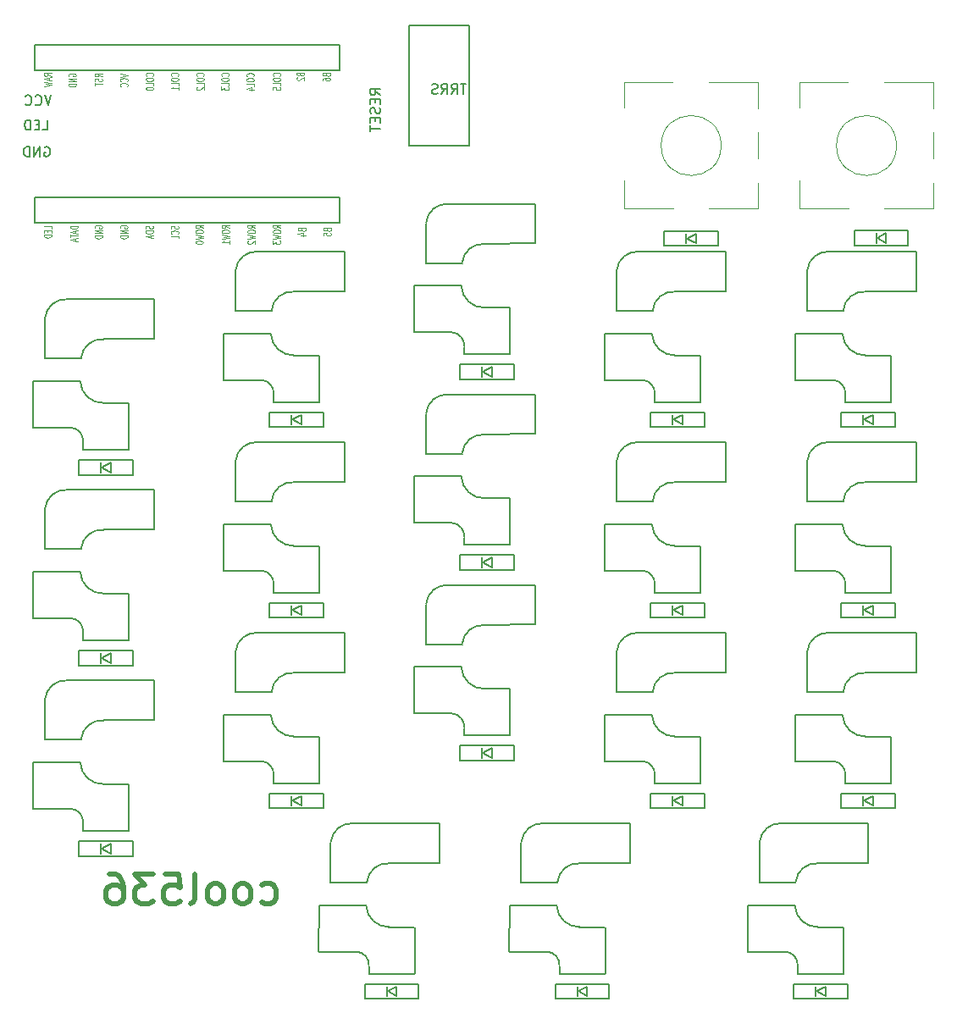
<source format=gbr>
G04 #@! TF.GenerationSoftware,KiCad,Pcbnew,(5.1.6-0-10_14)*
G04 #@! TF.CreationDate,2022-07-16T23:36:19+09:00*
G04 #@! TF.ProjectId,cool536,636f6f6c-3533-4362-9e6b-696361645f70,rev?*
G04 #@! TF.SameCoordinates,Original*
G04 #@! TF.FileFunction,Legend,Bot*
G04 #@! TF.FilePolarity,Positive*
%FSLAX46Y46*%
G04 Gerber Fmt 4.6, Leading zero omitted, Abs format (unit mm)*
G04 Created by KiCad (PCBNEW (5.1.6-0-10_14)) date 2022-07-16 23:36:19*
%MOMM*%
%LPD*%
G01*
G04 APERTURE LIST*
%ADD10C,0.500000*%
%ADD11C,0.120000*%
%ADD12C,0.150000*%
%ADD13C,0.125000*%
G04 APERTURE END LIST*
D10*
X15601428Y-63014285D02*
X15887142Y-63157142D01*
X16458571Y-63157142D01*
X16744285Y-63014285D01*
X16887142Y-62871428D01*
X17030000Y-62585714D01*
X17030000Y-61728571D01*
X16887142Y-61442857D01*
X16744285Y-61300000D01*
X16458571Y-61157142D01*
X15887142Y-61157142D01*
X15601428Y-61300000D01*
X13887142Y-63157142D02*
X14172857Y-63014285D01*
X14315714Y-62871428D01*
X14458571Y-62585714D01*
X14458571Y-61728571D01*
X14315714Y-61442857D01*
X14172857Y-61300000D01*
X13887142Y-61157142D01*
X13458571Y-61157142D01*
X13172857Y-61300000D01*
X13030000Y-61442857D01*
X12887142Y-61728571D01*
X12887142Y-62585714D01*
X13030000Y-62871428D01*
X13172857Y-63014285D01*
X13458571Y-63157142D01*
X13887142Y-63157142D01*
X11172857Y-63157142D02*
X11458571Y-63014285D01*
X11601428Y-62871428D01*
X11744285Y-62585714D01*
X11744285Y-61728571D01*
X11601428Y-61442857D01*
X11458571Y-61300000D01*
X11172857Y-61157142D01*
X10744285Y-61157142D01*
X10458571Y-61300000D01*
X10315714Y-61442857D01*
X10172857Y-61728571D01*
X10172857Y-62585714D01*
X10315714Y-62871428D01*
X10458571Y-63014285D01*
X10744285Y-63157142D01*
X11172857Y-63157142D01*
X8458571Y-63157142D02*
X8744285Y-63014285D01*
X8887142Y-62728571D01*
X8887142Y-60157142D01*
X5887142Y-60157142D02*
X7315714Y-60157142D01*
X7458571Y-61585714D01*
X7315714Y-61442857D01*
X7030000Y-61300000D01*
X6315714Y-61300000D01*
X6030000Y-61442857D01*
X5887142Y-61585714D01*
X5744285Y-61871428D01*
X5744285Y-62585714D01*
X5887142Y-62871428D01*
X6030000Y-63014285D01*
X6315714Y-63157142D01*
X7030000Y-63157142D01*
X7315714Y-63014285D01*
X7458571Y-62871428D01*
X4744285Y-60157142D02*
X2887142Y-60157142D01*
X3887142Y-61300000D01*
X3458571Y-61300000D01*
X3172857Y-61442857D01*
X3030000Y-61585714D01*
X2887142Y-61871428D01*
X2887142Y-62585714D01*
X3030000Y-62871428D01*
X3172857Y-63014285D01*
X3458571Y-63157142D01*
X4315714Y-63157142D01*
X4601428Y-63014285D01*
X4744285Y-62871428D01*
X315714Y-60157142D02*
X887142Y-60157142D01*
X1172857Y-60300000D01*
X1315714Y-60442857D01*
X1601428Y-60871428D01*
X1744285Y-61442857D01*
X1744285Y-62585714D01*
X1601428Y-62871428D01*
X1458571Y-63014285D01*
X1172857Y-63157142D01*
X601428Y-63157142D01*
X315714Y-63014285D01*
X172857Y-62871428D01*
X30000Y-62585714D01*
X30000Y-61871428D01*
X172857Y-61585714D01*
X315714Y-61442857D01*
X601428Y-61300000D01*
X1172857Y-61300000D01*
X1458571Y-61442857D01*
X1601428Y-61585714D01*
X1744285Y-61871428D01*
D11*
X79040000Y12640000D02*
G75*
G03*
X79040000Y12640000I-3000000J0D01*
G01*
X69340000Y18940000D02*
X69340000Y16440000D01*
X74140000Y18940000D02*
X69340000Y18940000D01*
X77840000Y18940000D02*
X82740000Y18940000D01*
X82740000Y18940000D02*
X82740000Y16340000D01*
X82740000Y13940000D02*
X82740000Y11340000D01*
X82740000Y8940000D02*
X82740000Y6340000D01*
X82740000Y6340000D02*
X77840000Y6340000D01*
X74240000Y6340000D02*
X69340000Y6340000D01*
X69340000Y6340000D02*
X69340000Y9140000D01*
X51810000Y6340000D02*
X51810000Y9140000D01*
X56710000Y6340000D02*
X51810000Y6340000D01*
X61510000Y12640000D02*
G75*
G03*
X61510000Y12640000I-3000000J0D01*
G01*
X51810000Y18940000D02*
X51810000Y16440000D01*
X56610000Y18940000D02*
X51810000Y18940000D01*
X60310000Y18940000D02*
X65210000Y18940000D01*
X65210000Y18940000D02*
X65210000Y16340000D01*
X65210000Y8940000D02*
X65210000Y6340000D01*
X65210000Y6340000D02*
X60310000Y6340000D01*
X65210000Y13940000D02*
X65210000Y11340000D01*
D12*
X56750000Y-33812500D02*
X57650000Y-34312500D01*
X57650000Y-34312500D02*
X57650000Y-33312500D01*
X57650000Y-33312500D02*
X56750000Y-33812500D01*
X56650000Y-34312500D02*
X56650000Y-33312500D01*
X59850000Y-34562500D02*
X54450000Y-34562500D01*
X54450000Y-34562500D02*
X54450000Y-33062500D01*
X54450000Y-33062500D02*
X59850000Y-33062500D01*
X59850000Y-33062500D02*
X59850000Y-34562500D01*
X75800000Y-33812500D02*
X76700000Y-34312500D01*
X76700000Y-34312500D02*
X76700000Y-33312500D01*
X76700000Y-33312500D02*
X75800000Y-33812500D01*
X75700000Y-34312500D02*
X75700000Y-33312500D01*
X78900000Y-34562500D02*
X73500000Y-34562500D01*
X73500000Y-34562500D02*
X73500000Y-33062500D01*
X73500000Y-33062500D02*
X78900000Y-33062500D01*
X78900000Y-33062500D02*
X78900000Y-34562500D01*
X47225000Y-71912500D02*
X48125000Y-72412500D01*
X48125000Y-72412500D02*
X48125000Y-71412500D01*
X48125000Y-71412500D02*
X47225000Y-71912500D01*
X47125000Y-72412500D02*
X47125000Y-71412500D01*
X50325000Y-72662500D02*
X44925000Y-72662500D01*
X44925000Y-72662500D02*
X44925000Y-71162500D01*
X44925000Y-71162500D02*
X50325000Y-71162500D01*
X50325000Y-71162500D02*
X50325000Y-72662500D01*
X71038000Y-71912500D02*
X71938000Y-72412500D01*
X71938000Y-72412500D02*
X71938000Y-71412500D01*
X71938000Y-71412500D02*
X71038000Y-71912500D01*
X70938000Y-72412500D02*
X70938000Y-71412500D01*
X74138000Y-72662500D02*
X68738000Y-72662500D01*
X68738000Y-72662500D02*
X68738000Y-71162500D01*
X68738000Y-71162500D02*
X74138000Y-71162500D01*
X74138000Y-71162500D02*
X74138000Y-72662500D01*
X58070000Y3350000D02*
X58970000Y3850000D01*
X58970000Y3850000D02*
X58970000Y2850000D01*
X58970000Y2850000D02*
X58070000Y3350000D01*
X57970000Y3850000D02*
X57970000Y2850000D01*
X61170000Y4100000D02*
X55770000Y4100000D01*
X55770000Y4100000D02*
X55770000Y2600000D01*
X55770000Y2600000D02*
X61170000Y2600000D01*
X61170000Y2600000D02*
X61170000Y4100000D01*
X77110000Y3370000D02*
X78010000Y3870000D01*
X78010000Y3870000D02*
X78010000Y2870000D01*
X78010000Y2870000D02*
X77110000Y3370000D01*
X77010000Y3870000D02*
X77010000Y2870000D01*
X80210000Y4120000D02*
X74810000Y4120000D01*
X74810000Y4120000D02*
X74810000Y2620000D01*
X74810000Y2620000D02*
X80210000Y2620000D01*
X80210000Y2620000D02*
X80210000Y4120000D01*
X-400000Y-57625000D02*
X500000Y-58125000D01*
X500000Y-58125000D02*
X500000Y-57125000D01*
X500000Y-57125000D02*
X-400000Y-57625000D01*
X-500000Y-58125000D02*
X-500000Y-57125000D01*
X2700000Y-58375000D02*
X-2700000Y-58375000D01*
X-2700000Y-58375000D02*
X-2700000Y-56875000D01*
X-2700000Y-56875000D02*
X2700000Y-56875000D01*
X2700000Y-56875000D02*
X2700000Y-58375000D01*
X37700000Y-10000000D02*
X38600000Y-10500000D01*
X38600000Y-10500000D02*
X38600000Y-9500000D01*
X38600000Y-9500000D02*
X37700000Y-10000000D01*
X37600000Y-10500000D02*
X37600000Y-9500000D01*
X40800000Y-10750000D02*
X35400000Y-10750000D01*
X35400000Y-10750000D02*
X35400000Y-9250000D01*
X35400000Y-9250000D02*
X40800000Y-9250000D01*
X40800000Y-9250000D02*
X40800000Y-10750000D01*
X56750000Y-14762499D02*
X57650000Y-15262499D01*
X57650000Y-15262499D02*
X57650000Y-14262499D01*
X57650000Y-14262499D02*
X56750000Y-14762499D01*
X56650000Y-15262499D02*
X56650000Y-14262499D01*
X59850000Y-15512499D02*
X54450000Y-15512499D01*
X54450000Y-15512499D02*
X54450000Y-14012499D01*
X54450000Y-14012499D02*
X59850000Y-14012499D01*
X59850000Y-14012499D02*
X59850000Y-15512499D01*
X-400000Y-38575000D02*
X500000Y-39075000D01*
X500000Y-39075000D02*
X500000Y-38075000D01*
X500000Y-38075000D02*
X-400000Y-38575000D01*
X-500000Y-39075000D02*
X-500000Y-38075000D01*
X2700000Y-39325000D02*
X-2700000Y-39325000D01*
X-2700000Y-39325000D02*
X-2700000Y-37825000D01*
X-2700000Y-37825000D02*
X2700000Y-37825000D01*
X2700000Y-37825000D02*
X2700000Y-39325000D01*
X75800000Y-14762499D02*
X76700000Y-15262499D01*
X76700000Y-15262499D02*
X76700000Y-14262499D01*
X76700000Y-14262499D02*
X75800000Y-14762499D01*
X75700000Y-15262499D02*
X75700000Y-14262499D01*
X78900000Y-15512499D02*
X73500000Y-15512499D01*
X73500000Y-15512499D02*
X73500000Y-14012499D01*
X73500000Y-14012499D02*
X78900000Y-14012499D01*
X78900000Y-14012499D02*
X78900000Y-15512499D01*
X37700000Y-29050000D02*
X38600000Y-29550000D01*
X38600000Y-29550000D02*
X38600000Y-28550000D01*
X38600000Y-28550000D02*
X37700000Y-29050000D01*
X37600000Y-29550000D02*
X37600000Y-28550000D01*
X40800000Y-29800000D02*
X35400000Y-29800000D01*
X35400000Y-29800000D02*
X35400000Y-28300000D01*
X35400000Y-28300000D02*
X40800000Y-28300000D01*
X40800000Y-28300000D02*
X40800000Y-29800000D01*
X18650000Y-33812500D02*
X19550000Y-34312500D01*
X19550000Y-34312500D02*
X19550000Y-33312500D01*
X19550000Y-33312500D02*
X18650000Y-33812500D01*
X18550000Y-34312500D02*
X18550000Y-33312500D01*
X21750000Y-34562500D02*
X16350000Y-34562500D01*
X16350000Y-34562500D02*
X16350000Y-33062500D01*
X16350000Y-33062500D02*
X21750000Y-33062500D01*
X21750000Y-33062500D02*
X21750000Y-34562500D01*
X18650000Y-52862500D02*
X19550000Y-53362500D01*
X19550000Y-53362500D02*
X19550000Y-52362500D01*
X19550000Y-52362500D02*
X18650000Y-52862500D01*
X18550000Y-53362500D02*
X18550000Y-52362500D01*
X21750000Y-53612500D02*
X16350000Y-53612500D01*
X16350000Y-53612500D02*
X16350000Y-52112500D01*
X16350000Y-52112500D02*
X21750000Y-52112500D01*
X21750000Y-52112500D02*
X21750000Y-53612500D01*
X37700000Y-48100000D02*
X38600000Y-48600000D01*
X38600000Y-48600000D02*
X38600000Y-47600000D01*
X38600000Y-47600000D02*
X37700000Y-48100000D01*
X37600000Y-48600000D02*
X37600000Y-47600000D01*
X40800000Y-48850000D02*
X35400000Y-48850000D01*
X35400000Y-48850000D02*
X35400000Y-47350000D01*
X35400000Y-47350000D02*
X40800000Y-47350000D01*
X40800000Y-47350000D02*
X40800000Y-48850000D01*
X56750000Y-52862500D02*
X57650000Y-53362500D01*
X57650000Y-53362500D02*
X57650000Y-52362500D01*
X57650000Y-52362500D02*
X56750000Y-52862500D01*
X56650000Y-53362500D02*
X56650000Y-52362500D01*
X59850000Y-53612500D02*
X54450000Y-53612500D01*
X54450000Y-53612500D02*
X54450000Y-52112500D01*
X54450000Y-52112500D02*
X59850000Y-52112500D01*
X59850000Y-52112500D02*
X59850000Y-53612500D01*
X75800000Y-52862500D02*
X76700000Y-53362500D01*
X76700000Y-53362500D02*
X76700000Y-52362500D01*
X76700000Y-52362500D02*
X75800000Y-52862500D01*
X75700000Y-53362500D02*
X75700000Y-52362500D01*
X78900000Y-53612500D02*
X73500000Y-53612500D01*
X73500000Y-53612500D02*
X73500000Y-52112500D01*
X73500000Y-52112500D02*
X78900000Y-52112500D01*
X78900000Y-52112500D02*
X78900000Y-53612500D01*
X28175000Y-71912500D02*
X29075000Y-72412500D01*
X29075000Y-72412500D02*
X29075000Y-71412500D01*
X29075000Y-71412500D02*
X28175000Y-71912500D01*
X28075000Y-72412500D02*
X28075000Y-71412500D01*
X31275000Y-72662500D02*
X25875000Y-72662500D01*
X25875000Y-72662500D02*
X25875000Y-71162500D01*
X25875000Y-71162500D02*
X31275000Y-71162500D01*
X31275000Y-71162500D02*
X31275000Y-72662500D01*
X-7128000Y20140000D02*
X-7128000Y22680000D01*
X-7128000Y22680000D02*
X23352000Y22680000D01*
X23352000Y22680000D02*
X23352000Y20140000D01*
X23352000Y20140000D02*
X-7128000Y20140000D01*
X-7128000Y4900000D02*
X-7128000Y7440000D01*
X-7128000Y7440000D02*
X23352000Y7440000D01*
X23352000Y7440000D02*
X23352000Y4900000D01*
X23352000Y4900000D02*
X-7128000Y4900000D01*
X-400000Y-19525000D02*
X500000Y-20025000D01*
X500000Y-20025000D02*
X500000Y-19025000D01*
X500000Y-19025000D02*
X-400000Y-19525000D01*
X-500000Y-20025000D02*
X-500000Y-19025000D01*
X2700000Y-20275000D02*
X-2700000Y-20275000D01*
X-2700000Y-20275000D02*
X-2700000Y-18775000D01*
X-2700000Y-18775000D02*
X2700000Y-18775000D01*
X2700000Y-18775000D02*
X2700000Y-20275000D01*
X69158000Y-69412500D02*
X69158000Y-70112500D01*
X64163000Y-63312500D02*
X64138000Y-67912500D01*
X73738000Y-65512500D02*
X73738000Y-70112500D01*
X67938000Y-67937500D02*
X64163000Y-67937500D01*
X68863000Y-63287500D02*
X64163000Y-63287500D01*
X73713000Y-65487500D02*
X71163000Y-65487500D01*
X73713000Y-70137500D02*
X69163000Y-70137500D01*
X76238000Y-59062500D02*
X71188000Y-59108500D01*
X76238000Y-59016500D02*
X76238000Y-55108500D01*
X76238000Y-55108500D02*
X67613000Y-55108500D01*
X65338000Y-57062500D02*
X65338000Y-61007500D01*
X65338000Y-61016500D02*
X68948000Y-61016500D01*
X65349000Y-56992500D02*
G75*
G02*
X67613000Y-55108500I2074000J-190000D01*
G01*
X68953000Y-60992500D02*
G75*
G02*
X71213000Y-59112500I2070000J-190000D01*
G01*
X68868000Y-63312500D02*
G75*
G03*
X71238000Y-65482500I2270000J100000D01*
G01*
X69158000Y-69362500D02*
G75*
G03*
X67938000Y-67942500I-1320000J100000D01*
G01*
X16770000Y-12212499D02*
G75*
G03*
X15550000Y-10792499I-1320000J100000D01*
G01*
X16480000Y-6162499D02*
G75*
G03*
X18850000Y-8332499I2270000J100000D01*
G01*
X16565000Y-3842499D02*
G75*
G02*
X18825000Y-1962499I2070000J-190000D01*
G01*
X12961000Y157501D02*
G75*
G02*
X15225000Y2041501I2074000J-190000D01*
G01*
X12950000Y-3866499D02*
X16560000Y-3866499D01*
X12950000Y87501D02*
X12950000Y-3857499D01*
X23850000Y2041501D02*
X15225000Y2041501D01*
X23850000Y-1866499D02*
X23850000Y2041501D01*
X23850000Y-1912499D02*
X18800000Y-1958499D01*
X21325000Y-12987499D02*
X16775000Y-12987499D01*
X21325000Y-8337499D02*
X18775000Y-8337499D01*
X16475000Y-6137499D02*
X11775000Y-6137499D01*
X15550000Y-10787499D02*
X11775000Y-10787499D01*
X21350000Y-8362499D02*
X21350000Y-12962499D01*
X11775000Y-6162499D02*
X11750000Y-10762499D01*
X16770000Y-12262499D02*
X16770000Y-12962499D01*
X35820000Y-7450000D02*
G75*
G03*
X34600000Y-6030000I-1320000J100000D01*
G01*
X35530000Y-1400000D02*
G75*
G03*
X37900000Y-3570000I2270000J100000D01*
G01*
X35615000Y920000D02*
G75*
G02*
X37875000Y2800000I2070000J-190000D01*
G01*
X32011000Y4920000D02*
G75*
G02*
X34275000Y6804000I2074000J-190000D01*
G01*
X32000000Y896000D02*
X35610000Y896000D01*
X32000000Y4850000D02*
X32000000Y905000D01*
X42900000Y6804000D02*
X34275000Y6804000D01*
X42900000Y2896000D02*
X42900000Y6804000D01*
X42900000Y2850000D02*
X37850000Y2804000D01*
X40375000Y-8225000D02*
X35825000Y-8225000D01*
X40375000Y-3575000D02*
X37825000Y-3575000D01*
X35525000Y-1375000D02*
X30825000Y-1375000D01*
X34600000Y-6025000D02*
X30825000Y-6025000D01*
X40400000Y-3600000D02*
X40400000Y-8200000D01*
X30825000Y-1400000D02*
X30800000Y-6000000D01*
X35820000Y-7500000D02*
X35820000Y-8200000D01*
X54870000Y-12212499D02*
G75*
G03*
X53650000Y-10792499I-1320000J100000D01*
G01*
X54580000Y-6162499D02*
G75*
G03*
X56950000Y-8332499I2270000J100000D01*
G01*
X54665000Y-3842499D02*
G75*
G02*
X56925000Y-1962499I2070000J-190000D01*
G01*
X51061000Y157501D02*
G75*
G02*
X53325000Y2041501I2074000J-190000D01*
G01*
X51050000Y-3866499D02*
X54660000Y-3866499D01*
X51050000Y87501D02*
X51050000Y-3857499D01*
X61950000Y2041501D02*
X53325000Y2041501D01*
X61950000Y-1866499D02*
X61950000Y2041501D01*
X61950000Y-1912499D02*
X56900000Y-1958499D01*
X59425000Y-12987499D02*
X54875000Y-12987499D01*
X59425000Y-8337499D02*
X56875000Y-8337499D01*
X54575000Y-6137499D02*
X49875000Y-6137499D01*
X53650000Y-10787499D02*
X49875000Y-10787499D01*
X59450000Y-8362499D02*
X59450000Y-12962499D01*
X49875000Y-6162499D02*
X49850000Y-10762499D01*
X54870000Y-12262499D02*
X54870000Y-12962499D01*
X-2280000Y-16975000D02*
G75*
G03*
X-3500000Y-15555000I-1320000J100000D01*
G01*
X-2570000Y-10925000D02*
G75*
G03*
X-200000Y-13095000I2270000J100000D01*
G01*
X-2485000Y-8605000D02*
G75*
G02*
X-225000Y-6725000I2070000J-190000D01*
G01*
X-6089000Y-4605000D02*
G75*
G02*
X-3825000Y-2721000I2074000J-190000D01*
G01*
X-6100000Y-8629000D02*
X-2490000Y-8629000D01*
X-6100000Y-4675000D02*
X-6100000Y-8620000D01*
X4800000Y-2721000D02*
X-3825000Y-2721000D01*
X4800000Y-6629000D02*
X4800000Y-2721000D01*
X4800000Y-6675000D02*
X-250000Y-6721000D01*
X2275000Y-17750000D02*
X-2275000Y-17750000D01*
X2275000Y-13100000D02*
X-275000Y-13100000D01*
X-2575000Y-10900000D02*
X-7275000Y-10900000D01*
X-3500000Y-15550000D02*
X-7275000Y-15550000D01*
X2300000Y-13125000D02*
X2300000Y-17725000D01*
X-7275000Y-10925000D02*
X-7300000Y-15525000D01*
X-2280000Y-17025000D02*
X-2280000Y-17725000D01*
X30330000Y12660000D02*
X30330000Y24660000D01*
X36330000Y12660000D02*
X30330000Y12660000D01*
X36330000Y24660000D02*
X36330000Y12660000D01*
X30330000Y24660000D02*
X36330000Y24660000D01*
X45345000Y-69362500D02*
G75*
G03*
X44125000Y-67942500I-1320000J100000D01*
G01*
X45055000Y-63312500D02*
G75*
G03*
X47425000Y-65482500I2270000J100000D01*
G01*
X45140000Y-60992500D02*
G75*
G02*
X47400000Y-59112500I2070000J-190000D01*
G01*
X41536000Y-56992500D02*
G75*
G02*
X43800000Y-55108500I2074000J-190000D01*
G01*
X41525000Y-61016500D02*
X45135000Y-61016500D01*
X41525000Y-57062500D02*
X41525000Y-61007500D01*
X52425000Y-55108500D02*
X43800000Y-55108500D01*
X52425000Y-59016500D02*
X52425000Y-55108500D01*
X52425000Y-59062500D02*
X47375000Y-59108500D01*
X49900000Y-70137500D02*
X45350000Y-70137500D01*
X49900000Y-65487500D02*
X47350000Y-65487500D01*
X45050000Y-63287500D02*
X40350000Y-63287500D01*
X44125000Y-67937500D02*
X40350000Y-67937500D01*
X49925000Y-65512500D02*
X49925000Y-70112500D01*
X40350000Y-63312500D02*
X40325000Y-67912500D01*
X45345000Y-69412500D02*
X45345000Y-70112500D01*
X26295000Y-69362500D02*
G75*
G03*
X25075000Y-67942500I-1320000J100000D01*
G01*
X26005000Y-63312500D02*
G75*
G03*
X28375000Y-65482500I2270000J100000D01*
G01*
X26090000Y-60992500D02*
G75*
G02*
X28350000Y-59112500I2070000J-190000D01*
G01*
X22486000Y-56992500D02*
G75*
G02*
X24750000Y-55108500I2074000J-190000D01*
G01*
X22475000Y-61016500D02*
X26085000Y-61016500D01*
X22475000Y-57062500D02*
X22475000Y-61007500D01*
X33375000Y-55108500D02*
X24750000Y-55108500D01*
X33375000Y-59016500D02*
X33375000Y-55108500D01*
X33375000Y-59062500D02*
X28325000Y-59108500D01*
X30850000Y-70137500D02*
X26300000Y-70137500D01*
X30850000Y-65487500D02*
X28300000Y-65487500D01*
X26000000Y-63287500D02*
X21300000Y-63287500D01*
X25075000Y-67937500D02*
X21300000Y-67937500D01*
X30875000Y-65512500D02*
X30875000Y-70112500D01*
X21300000Y-63312500D02*
X21275000Y-67912500D01*
X26295000Y-69412500D02*
X26295000Y-70112500D01*
X73920000Y-50362500D02*
X73920000Y-51062500D01*
X68925000Y-44262500D02*
X68900000Y-48862500D01*
X78500000Y-46462500D02*
X78500000Y-51062500D01*
X72700000Y-48887500D02*
X68925000Y-48887500D01*
X73625000Y-44237500D02*
X68925000Y-44237500D01*
X78475000Y-46437500D02*
X75925000Y-46437500D01*
X78475000Y-51087500D02*
X73925000Y-51087500D01*
X81000000Y-40012500D02*
X75950000Y-40058500D01*
X81000000Y-39966500D02*
X81000000Y-36058500D01*
X81000000Y-36058500D02*
X72375000Y-36058500D01*
X70100000Y-38012500D02*
X70100000Y-41957500D01*
X70100000Y-41966500D02*
X73710000Y-41966500D01*
X70111000Y-37942500D02*
G75*
G02*
X72375000Y-36058500I2074000J-190000D01*
G01*
X73715000Y-41942500D02*
G75*
G02*
X75975000Y-40062500I2070000J-190000D01*
G01*
X73630000Y-44262500D02*
G75*
G03*
X76000000Y-46432500I2270000J100000D01*
G01*
X73920000Y-50312500D02*
G75*
G03*
X72700000Y-48892500I-1320000J100000D01*
G01*
X73920000Y-12262499D02*
X73920000Y-12962499D01*
X68925000Y-6162499D02*
X68900000Y-10762499D01*
X78500000Y-8362499D02*
X78500000Y-12962499D01*
X72700000Y-10787499D02*
X68925000Y-10787499D01*
X73625000Y-6137499D02*
X68925000Y-6137499D01*
X78475000Y-8337499D02*
X75925000Y-8337499D01*
X78475000Y-12987499D02*
X73925000Y-12987499D01*
X81000000Y-1912499D02*
X75950000Y-1958499D01*
X81000000Y-1866499D02*
X81000000Y2041501D01*
X81000000Y2041501D02*
X72375000Y2041501D01*
X70100000Y87501D02*
X70100000Y-3857499D01*
X70100000Y-3866499D02*
X73710000Y-3866499D01*
X70111000Y157501D02*
G75*
G02*
X72375000Y2041501I2074000J-190000D01*
G01*
X73715000Y-3842499D02*
G75*
G02*
X75975000Y-1962499I2070000J-190000D01*
G01*
X73630000Y-6162499D02*
G75*
G03*
X76000000Y-8332499I2270000J100000D01*
G01*
X73920000Y-12212499D02*
G75*
G03*
X72700000Y-10792499I-1320000J100000D01*
G01*
X16770000Y-50312500D02*
G75*
G03*
X15550000Y-48892500I-1320000J100000D01*
G01*
X16480000Y-44262500D02*
G75*
G03*
X18850000Y-46432500I2270000J100000D01*
G01*
X16565000Y-41942500D02*
G75*
G02*
X18825000Y-40062500I2070000J-190000D01*
G01*
X12961000Y-37942500D02*
G75*
G02*
X15225000Y-36058500I2074000J-190000D01*
G01*
X12950000Y-41966500D02*
X16560000Y-41966500D01*
X12950000Y-38012500D02*
X12950000Y-41957500D01*
X23850000Y-36058500D02*
X15225000Y-36058500D01*
X23850000Y-39966500D02*
X23850000Y-36058500D01*
X23850000Y-40012500D02*
X18800000Y-40058500D01*
X21325000Y-51087500D02*
X16775000Y-51087500D01*
X21325000Y-46437500D02*
X18775000Y-46437500D01*
X16475000Y-44237500D02*
X11775000Y-44237500D01*
X15550000Y-48887500D02*
X11775000Y-48887500D01*
X21350000Y-46462500D02*
X21350000Y-51062500D01*
X11775000Y-44262500D02*
X11750000Y-48862500D01*
X16770000Y-50362500D02*
X16770000Y-51062500D01*
X35820000Y-45600000D02*
X35820000Y-46300000D01*
X30825000Y-39500000D02*
X30800000Y-44100000D01*
X40400000Y-41700000D02*
X40400000Y-46300000D01*
X34600000Y-44125000D02*
X30825000Y-44125000D01*
X35525000Y-39475000D02*
X30825000Y-39475000D01*
X40375000Y-41675000D02*
X37825000Y-41675000D01*
X40375000Y-46325000D02*
X35825000Y-46325000D01*
X42900000Y-35250000D02*
X37850000Y-35296000D01*
X42900000Y-35204000D02*
X42900000Y-31296000D01*
X42900000Y-31296000D02*
X34275000Y-31296000D01*
X32000000Y-33250000D02*
X32000000Y-37195000D01*
X32000000Y-37204000D02*
X35610000Y-37204000D01*
X32011000Y-33180000D02*
G75*
G02*
X34275000Y-31296000I2074000J-190000D01*
G01*
X35615000Y-37180000D02*
G75*
G02*
X37875000Y-35300000I2070000J-190000D01*
G01*
X35530000Y-39500000D02*
G75*
G03*
X37900000Y-41670000I2270000J100000D01*
G01*
X35820000Y-45550000D02*
G75*
G03*
X34600000Y-44130000I-1320000J100000D01*
G01*
X54870000Y-50362500D02*
X54870000Y-51062500D01*
X49875000Y-44262500D02*
X49850000Y-48862500D01*
X59450000Y-46462500D02*
X59450000Y-51062500D01*
X53650000Y-48887500D02*
X49875000Y-48887500D01*
X54575000Y-44237500D02*
X49875000Y-44237500D01*
X59425000Y-46437500D02*
X56875000Y-46437500D01*
X59425000Y-51087500D02*
X54875000Y-51087500D01*
X61950000Y-40012500D02*
X56900000Y-40058500D01*
X61950000Y-39966500D02*
X61950000Y-36058500D01*
X61950000Y-36058500D02*
X53325000Y-36058500D01*
X51050000Y-38012500D02*
X51050000Y-41957500D01*
X51050000Y-41966500D02*
X54660000Y-41966500D01*
X51061000Y-37942500D02*
G75*
G02*
X53325000Y-36058500I2074000J-190000D01*
G01*
X54665000Y-41942500D02*
G75*
G02*
X56925000Y-40062500I2070000J-190000D01*
G01*
X54580000Y-44262500D02*
G75*
G03*
X56950000Y-46432500I2270000J100000D01*
G01*
X54870000Y-50312500D02*
G75*
G03*
X53650000Y-48892500I-1320000J100000D01*
G01*
X73920000Y-31312500D02*
X73920000Y-32012500D01*
X68925000Y-25212500D02*
X68900000Y-29812500D01*
X78500000Y-27412500D02*
X78500000Y-32012500D01*
X72700000Y-29837500D02*
X68925000Y-29837500D01*
X73625000Y-25187500D02*
X68925000Y-25187500D01*
X78475000Y-27387500D02*
X75925000Y-27387500D01*
X78475000Y-32037500D02*
X73925000Y-32037500D01*
X81000000Y-20962500D02*
X75950000Y-21008500D01*
X81000000Y-20916500D02*
X81000000Y-17008500D01*
X81000000Y-17008500D02*
X72375000Y-17008500D01*
X70100000Y-18962500D02*
X70100000Y-22907500D01*
X70100000Y-22916500D02*
X73710000Y-22916500D01*
X70111000Y-18892500D02*
G75*
G02*
X72375000Y-17008500I2074000J-190000D01*
G01*
X73715000Y-22892500D02*
G75*
G02*
X75975000Y-21012500I2070000J-190000D01*
G01*
X73630000Y-25212500D02*
G75*
G03*
X76000000Y-27382500I2270000J100000D01*
G01*
X73920000Y-31262500D02*
G75*
G03*
X72700000Y-29842500I-1320000J100000D01*
G01*
X-2280000Y-55125000D02*
X-2280000Y-55825000D01*
X-7275000Y-49025000D02*
X-7300000Y-53625000D01*
X2300000Y-51225000D02*
X2300000Y-55825000D01*
X-3500000Y-53650000D02*
X-7275000Y-53650000D01*
X-2575000Y-49000000D02*
X-7275000Y-49000000D01*
X2275000Y-51200000D02*
X-275000Y-51200000D01*
X2275000Y-55850000D02*
X-2275000Y-55850000D01*
X4800000Y-44775000D02*
X-250000Y-44821000D01*
X4800000Y-44729000D02*
X4800000Y-40821000D01*
X4800000Y-40821000D02*
X-3825000Y-40821000D01*
X-6100000Y-42775000D02*
X-6100000Y-46720000D01*
X-6100000Y-46729000D02*
X-2490000Y-46729000D01*
X-6089000Y-42705000D02*
G75*
G02*
X-3825000Y-40821000I2074000J-190000D01*
G01*
X-2485000Y-46705000D02*
G75*
G02*
X-225000Y-44825000I2070000J-190000D01*
G01*
X-2570000Y-49025000D02*
G75*
G03*
X-200000Y-51195000I2270000J100000D01*
G01*
X-2280000Y-55075000D02*
G75*
G03*
X-3500000Y-53655000I-1320000J100000D01*
G01*
X54870000Y-31312500D02*
X54870000Y-32012500D01*
X49875000Y-25212500D02*
X49850000Y-29812500D01*
X59450000Y-27412500D02*
X59450000Y-32012500D01*
X53650000Y-29837500D02*
X49875000Y-29837500D01*
X54575000Y-25187500D02*
X49875000Y-25187500D01*
X59425000Y-27387500D02*
X56875000Y-27387500D01*
X59425000Y-32037500D02*
X54875000Y-32037500D01*
X61950000Y-20962500D02*
X56900000Y-21008500D01*
X61950000Y-20916500D02*
X61950000Y-17008500D01*
X61950000Y-17008500D02*
X53325000Y-17008500D01*
X51050000Y-18962500D02*
X51050000Y-22907500D01*
X51050000Y-22916500D02*
X54660000Y-22916500D01*
X51061000Y-18892500D02*
G75*
G02*
X53325000Y-17008500I2074000J-190000D01*
G01*
X54665000Y-22892500D02*
G75*
G02*
X56925000Y-21012500I2070000J-190000D01*
G01*
X54580000Y-25212500D02*
G75*
G03*
X56950000Y-27382500I2270000J100000D01*
G01*
X54870000Y-31262500D02*
G75*
G03*
X53650000Y-29842500I-1320000J100000D01*
G01*
X35820000Y-26550000D02*
X35820000Y-27250000D01*
X30825000Y-20450000D02*
X30800000Y-25050000D01*
X40400000Y-22650000D02*
X40400000Y-27250000D01*
X34600000Y-25075000D02*
X30825000Y-25075000D01*
X35525000Y-20425000D02*
X30825000Y-20425000D01*
X40375000Y-22625000D02*
X37825000Y-22625000D01*
X40375000Y-27275000D02*
X35825000Y-27275000D01*
X42900000Y-16200000D02*
X37850000Y-16246000D01*
X42900000Y-16154000D02*
X42900000Y-12246000D01*
X42900000Y-12246000D02*
X34275000Y-12246000D01*
X32000000Y-14200000D02*
X32000000Y-18145000D01*
X32000000Y-18154000D02*
X35610000Y-18154000D01*
X32011000Y-14130000D02*
G75*
G02*
X34275000Y-12246000I2074000J-190000D01*
G01*
X35615000Y-18130000D02*
G75*
G02*
X37875000Y-16250000I2070000J-190000D01*
G01*
X35530000Y-20450000D02*
G75*
G03*
X37900000Y-22620000I2270000J100000D01*
G01*
X35820000Y-26500000D02*
G75*
G03*
X34600000Y-25080000I-1320000J100000D01*
G01*
X-2280000Y-36025000D02*
G75*
G03*
X-3500000Y-34605000I-1320000J100000D01*
G01*
X-2570000Y-29975000D02*
G75*
G03*
X-200000Y-32145000I2270000J100000D01*
G01*
X-2485000Y-27655000D02*
G75*
G02*
X-225000Y-25775000I2070000J-190000D01*
G01*
X-6089000Y-23655000D02*
G75*
G02*
X-3825000Y-21771000I2074000J-190000D01*
G01*
X-6100000Y-27679000D02*
X-2490000Y-27679000D01*
X-6100000Y-23725000D02*
X-6100000Y-27670000D01*
X4800000Y-21771000D02*
X-3825000Y-21771000D01*
X4800000Y-25679000D02*
X4800000Y-21771000D01*
X4800000Y-25725000D02*
X-250000Y-25771000D01*
X2275000Y-36800000D02*
X-2275000Y-36800000D01*
X2275000Y-32150000D02*
X-275000Y-32150000D01*
X-2575000Y-29950000D02*
X-7275000Y-29950000D01*
X-3500000Y-34600000D02*
X-7275000Y-34600000D01*
X2300000Y-32175000D02*
X2300000Y-36775000D01*
X-7275000Y-29975000D02*
X-7300000Y-34575000D01*
X-2280000Y-36075000D02*
X-2280000Y-36775000D01*
X16770000Y-31312500D02*
X16770000Y-32012500D01*
X11775000Y-25212500D02*
X11750000Y-29812500D01*
X21350000Y-27412500D02*
X21350000Y-32012500D01*
X15550000Y-29837500D02*
X11775000Y-29837500D01*
X16475000Y-25187500D02*
X11775000Y-25187500D01*
X21325000Y-27387500D02*
X18775000Y-27387500D01*
X21325000Y-32037500D02*
X16775000Y-32037500D01*
X23850000Y-20962500D02*
X18800000Y-21008500D01*
X23850000Y-20916500D02*
X23850000Y-17008500D01*
X23850000Y-17008500D02*
X15225000Y-17008500D01*
X12950000Y-18962500D02*
X12950000Y-22907500D01*
X12950000Y-22916500D02*
X16560000Y-22916500D01*
X12961000Y-18892500D02*
G75*
G02*
X15225000Y-17008500I2074000J-190000D01*
G01*
X16565000Y-22892500D02*
G75*
G02*
X18825000Y-21012500I2070000J-190000D01*
G01*
X16480000Y-25212500D02*
G75*
G03*
X18850000Y-27382500I2270000J100000D01*
G01*
X16770000Y-31262500D02*
G75*
G03*
X15550000Y-29842500I-1320000J100000D01*
G01*
X18650000Y-14762499D02*
X19550000Y-15262499D01*
X19550000Y-15262499D02*
X19550000Y-14262499D01*
X19550000Y-14262499D02*
X18650000Y-14762499D01*
X18550000Y-15262499D02*
X18550000Y-14262499D01*
X21750000Y-15512499D02*
X16350000Y-15512499D01*
X16350000Y-15512499D02*
X16350000Y-14012499D01*
X16350000Y-14012499D02*
X21750000Y-14012499D01*
X21750000Y-14012499D02*
X21750000Y-15512499D01*
X27432380Y17692380D02*
X26956190Y18025714D01*
X27432380Y18263809D02*
X26432380Y18263809D01*
X26432380Y17882857D01*
X26480000Y17787619D01*
X26527619Y17740000D01*
X26622857Y17692380D01*
X26765714Y17692380D01*
X26860952Y17740000D01*
X26908571Y17787619D01*
X26956190Y17882857D01*
X26956190Y18263809D01*
X26908571Y17263809D02*
X26908571Y16930476D01*
X27432380Y16787619D02*
X27432380Y17263809D01*
X26432380Y17263809D01*
X26432380Y16787619D01*
X27384761Y16406666D02*
X27432380Y16263809D01*
X27432380Y16025714D01*
X27384761Y15930476D01*
X27337142Y15882857D01*
X27241904Y15835238D01*
X27146666Y15835238D01*
X27051428Y15882857D01*
X27003809Y15930476D01*
X26956190Y16025714D01*
X26908571Y16216190D01*
X26860952Y16311428D01*
X26813333Y16359047D01*
X26718095Y16406666D01*
X26622857Y16406666D01*
X26527619Y16359047D01*
X26480000Y16311428D01*
X26432380Y16216190D01*
X26432380Y15978095D01*
X26480000Y15835238D01*
X26908571Y15406666D02*
X26908571Y15073333D01*
X27432380Y14930476D02*
X27432380Y15406666D01*
X26432380Y15406666D01*
X26432380Y14930476D01*
X26432380Y14644761D02*
X26432380Y14073333D01*
X27432380Y14359047D02*
X26432380Y14359047D01*
X-6138095Y12490000D02*
X-6042857Y12537619D01*
X-5900000Y12537619D01*
X-5757142Y12490000D01*
X-5661904Y12394761D01*
X-5614285Y12299523D01*
X-5566666Y12109047D01*
X-5566666Y11966190D01*
X-5614285Y11775714D01*
X-5661904Y11680476D01*
X-5757142Y11585238D01*
X-5900000Y11537619D01*
X-5995238Y11537619D01*
X-6138095Y11585238D01*
X-6185714Y11632857D01*
X-6185714Y11966190D01*
X-5995238Y11966190D01*
X-6614285Y11537619D02*
X-6614285Y12537619D01*
X-7185714Y11537619D01*
X-7185714Y12537619D01*
X-7661904Y11537619D02*
X-7661904Y12537619D01*
X-7900000Y12537619D01*
X-8042857Y12490000D01*
X-8138095Y12394761D01*
X-8185714Y12299523D01*
X-8233333Y12109047D01*
X-8233333Y11966190D01*
X-8185714Y11775714D01*
X-8138095Y11680476D01*
X-8042857Y11585238D01*
X-7900000Y11537619D01*
X-7661904Y11537619D01*
X-6317142Y14197619D02*
X-5840952Y14197619D01*
X-5840952Y15197619D01*
X-6650476Y14721428D02*
X-6983809Y14721428D01*
X-7126666Y14197619D02*
X-6650476Y14197619D01*
X-6650476Y15197619D01*
X-7126666Y15197619D01*
X-7555238Y14197619D02*
X-7555238Y15197619D01*
X-7793333Y15197619D01*
X-7936190Y15150000D01*
X-8031428Y15054761D01*
X-8079047Y14959523D01*
X-8126666Y14769047D01*
X-8126666Y14626190D01*
X-8079047Y14435714D01*
X-8031428Y14340476D01*
X-7936190Y14245238D01*
X-7793333Y14197619D01*
X-7555238Y14197619D01*
X-5466666Y17667619D02*
X-5800000Y16667619D01*
X-6133333Y17667619D01*
X-7038095Y16762857D02*
X-6990476Y16715238D01*
X-6847619Y16667619D01*
X-6752380Y16667619D01*
X-6609523Y16715238D01*
X-6514285Y16810476D01*
X-6466666Y16905714D01*
X-6419047Y17096190D01*
X-6419047Y17239047D01*
X-6466666Y17429523D01*
X-6514285Y17524761D01*
X-6609523Y17620000D01*
X-6752380Y17667619D01*
X-6847619Y17667619D01*
X-6990476Y17620000D01*
X-7038095Y17572380D01*
X-8038095Y16762857D02*
X-7990476Y16715238D01*
X-7847619Y16667619D01*
X-7752380Y16667619D01*
X-7609523Y16715238D01*
X-7514285Y16810476D01*
X-7466666Y16905714D01*
X-7419047Y17096190D01*
X-7419047Y17239047D01*
X-7466666Y17429523D01*
X-7514285Y17524761D01*
X-7609523Y17620000D01*
X-7752380Y17667619D01*
X-7847619Y17667619D01*
X-7990476Y17620000D01*
X-8038095Y17572380D01*
D13*
X12324785Y4390952D02*
X11967642Y4557619D01*
X12324785Y4676666D02*
X11574785Y4676666D01*
X11574785Y4486190D01*
X11610500Y4438571D01*
X11646214Y4414761D01*
X11717642Y4390952D01*
X11824785Y4390952D01*
X11896214Y4414761D01*
X11931928Y4438571D01*
X11967642Y4486190D01*
X11967642Y4676666D01*
X11574785Y4081428D02*
X11574785Y3986190D01*
X11610500Y3938571D01*
X11681928Y3890952D01*
X11824785Y3867142D01*
X12074785Y3867142D01*
X12217642Y3890952D01*
X12289071Y3938571D01*
X12324785Y3986190D01*
X12324785Y4081428D01*
X12289071Y4129047D01*
X12217642Y4176666D01*
X12074785Y4200476D01*
X11824785Y4200476D01*
X11681928Y4176666D01*
X11610500Y4129047D01*
X11574785Y4081428D01*
X11574785Y3700476D02*
X12324785Y3581428D01*
X11789071Y3486190D01*
X12324785Y3390952D01*
X11574785Y3271904D01*
X12324785Y2819523D02*
X12324785Y3105238D01*
X12324785Y2962380D02*
X11574785Y2962380D01*
X11681928Y3010000D01*
X11753357Y3057619D01*
X11789071Y3105238D01*
X14729857Y19557619D02*
X14765571Y19581428D01*
X14801285Y19652857D01*
X14801285Y19700476D01*
X14765571Y19771904D01*
X14694142Y19819523D01*
X14622714Y19843333D01*
X14479857Y19867142D01*
X14372714Y19867142D01*
X14229857Y19843333D01*
X14158428Y19819523D01*
X14087000Y19771904D01*
X14051285Y19700476D01*
X14051285Y19652857D01*
X14087000Y19581428D01*
X14122714Y19557619D01*
X14051285Y19248095D02*
X14051285Y19152857D01*
X14087000Y19105238D01*
X14158428Y19057619D01*
X14301285Y19033809D01*
X14551285Y19033809D01*
X14694142Y19057619D01*
X14765571Y19105238D01*
X14801285Y19152857D01*
X14801285Y19248095D01*
X14765571Y19295714D01*
X14694142Y19343333D01*
X14551285Y19367142D01*
X14301285Y19367142D01*
X14158428Y19343333D01*
X14087000Y19295714D01*
X14051285Y19248095D01*
X14801285Y18581428D02*
X14801285Y18819523D01*
X14051285Y18819523D01*
X14301285Y18200476D02*
X14801285Y18200476D01*
X14015571Y18319523D02*
X14551285Y18438571D01*
X14551285Y18129047D01*
X14928285Y4390952D02*
X14571142Y4557619D01*
X14928285Y4676666D02*
X14178285Y4676666D01*
X14178285Y4486190D01*
X14214000Y4438571D01*
X14249714Y4414761D01*
X14321142Y4390952D01*
X14428285Y4390952D01*
X14499714Y4414761D01*
X14535428Y4438571D01*
X14571142Y4486190D01*
X14571142Y4676666D01*
X14178285Y4081428D02*
X14178285Y3986190D01*
X14214000Y3938571D01*
X14285428Y3890952D01*
X14428285Y3867142D01*
X14678285Y3867142D01*
X14821142Y3890952D01*
X14892571Y3938571D01*
X14928285Y3986190D01*
X14928285Y4081428D01*
X14892571Y4129047D01*
X14821142Y4176666D01*
X14678285Y4200476D01*
X14428285Y4200476D01*
X14285428Y4176666D01*
X14214000Y4129047D01*
X14178285Y4081428D01*
X14178285Y3700476D02*
X14928285Y3581428D01*
X14392571Y3486190D01*
X14928285Y3390952D01*
X14178285Y3271904D01*
X14249714Y3105238D02*
X14214000Y3081428D01*
X14178285Y3033809D01*
X14178285Y2914761D01*
X14214000Y2867142D01*
X14249714Y2843333D01*
X14321142Y2819523D01*
X14392571Y2819523D01*
X14499714Y2843333D01*
X14928285Y3129047D01*
X14928285Y2819523D01*
X17367857Y19607619D02*
X17403571Y19631428D01*
X17439285Y19702857D01*
X17439285Y19750476D01*
X17403571Y19821904D01*
X17332142Y19869523D01*
X17260714Y19893333D01*
X17117857Y19917142D01*
X17010714Y19917142D01*
X16867857Y19893333D01*
X16796428Y19869523D01*
X16725000Y19821904D01*
X16689285Y19750476D01*
X16689285Y19702857D01*
X16725000Y19631428D01*
X16760714Y19607619D01*
X16689285Y19298095D02*
X16689285Y19202857D01*
X16725000Y19155238D01*
X16796428Y19107619D01*
X16939285Y19083809D01*
X17189285Y19083809D01*
X17332142Y19107619D01*
X17403571Y19155238D01*
X17439285Y19202857D01*
X17439285Y19298095D01*
X17403571Y19345714D01*
X17332142Y19393333D01*
X17189285Y19417142D01*
X16939285Y19417142D01*
X16796428Y19393333D01*
X16725000Y19345714D01*
X16689285Y19298095D01*
X17439285Y18631428D02*
X17439285Y18869523D01*
X16689285Y18869523D01*
X16689285Y18226666D02*
X16689285Y18464761D01*
X17046428Y18488571D01*
X17010714Y18464761D01*
X16975000Y18417142D01*
X16975000Y18298095D01*
X17010714Y18250476D01*
X17046428Y18226666D01*
X17117857Y18202857D01*
X17296428Y18202857D01*
X17367857Y18226666D01*
X17403571Y18250476D01*
X17439285Y18298095D01*
X17439285Y18417142D01*
X17403571Y18464761D01*
X17367857Y18488571D01*
X17439285Y4390952D02*
X17082142Y4557619D01*
X17439285Y4676666D02*
X16689285Y4676666D01*
X16689285Y4486190D01*
X16725000Y4438571D01*
X16760714Y4414761D01*
X16832142Y4390952D01*
X16939285Y4390952D01*
X17010714Y4414761D01*
X17046428Y4438571D01*
X17082142Y4486190D01*
X17082142Y4676666D01*
X16689285Y4081428D02*
X16689285Y3986190D01*
X16725000Y3938571D01*
X16796428Y3890952D01*
X16939285Y3867142D01*
X17189285Y3867142D01*
X17332142Y3890952D01*
X17403571Y3938571D01*
X17439285Y3986190D01*
X17439285Y4081428D01*
X17403571Y4129047D01*
X17332142Y4176666D01*
X17189285Y4200476D01*
X16939285Y4200476D01*
X16796428Y4176666D01*
X16725000Y4129047D01*
X16689285Y4081428D01*
X16689285Y3700476D02*
X17439285Y3581428D01*
X16903571Y3486190D01*
X17439285Y3390952D01*
X16689285Y3271904D01*
X16689285Y3129047D02*
X16689285Y2819523D01*
X16975000Y2986190D01*
X16975000Y2914761D01*
X17010714Y2867142D01*
X17046428Y2843333D01*
X17117857Y2819523D01*
X17296428Y2819523D01*
X17367857Y2843333D01*
X17403571Y2867142D01*
X17439285Y2914761D01*
X17439285Y3057619D01*
X17403571Y3105238D01*
X17367857Y3129047D01*
X19424928Y19770880D02*
X19460642Y19699452D01*
X19496357Y19675642D01*
X19567785Y19651833D01*
X19674928Y19651833D01*
X19746357Y19675642D01*
X19782071Y19699452D01*
X19817785Y19747071D01*
X19817785Y19937547D01*
X19067785Y19937547D01*
X19067785Y19770880D01*
X19103500Y19723261D01*
X19139214Y19699452D01*
X19210642Y19675642D01*
X19282071Y19675642D01*
X19353500Y19699452D01*
X19389214Y19723261D01*
X19424928Y19770880D01*
X19424928Y19937547D01*
X19139214Y19461357D02*
X19103500Y19437547D01*
X19067785Y19389928D01*
X19067785Y19270880D01*
X19103500Y19223261D01*
X19139214Y19199452D01*
X19210642Y19175642D01*
X19282071Y19175642D01*
X19389214Y19199452D01*
X19817785Y19485166D01*
X19817785Y19175642D01*
X19551928Y4213380D02*
X19587642Y4141952D01*
X19623357Y4118142D01*
X19694785Y4094333D01*
X19801928Y4094333D01*
X19873357Y4118142D01*
X19909071Y4141952D01*
X19944785Y4189571D01*
X19944785Y4380047D01*
X19194785Y4380047D01*
X19194785Y4213380D01*
X19230500Y4165761D01*
X19266214Y4141952D01*
X19337642Y4118142D01*
X19409071Y4118142D01*
X19480500Y4141952D01*
X19516214Y4165761D01*
X19551928Y4213380D01*
X19551928Y4380047D01*
X19444785Y3665761D02*
X19944785Y3665761D01*
X19159071Y3784809D02*
X19694785Y3903857D01*
X19694785Y3594333D01*
X22091928Y4213380D02*
X22127642Y4141952D01*
X22163357Y4118142D01*
X22234785Y4094333D01*
X22341928Y4094333D01*
X22413357Y4118142D01*
X22449071Y4141952D01*
X22484785Y4189571D01*
X22484785Y4380047D01*
X21734785Y4380047D01*
X21734785Y4213380D01*
X21770500Y4165761D01*
X21806214Y4141952D01*
X21877642Y4118142D01*
X21949071Y4118142D01*
X22020500Y4141952D01*
X22056214Y4165761D01*
X22091928Y4213380D01*
X22091928Y4380047D01*
X21734785Y3641952D02*
X21734785Y3880047D01*
X22091928Y3903857D01*
X22056214Y3880047D01*
X22020500Y3832428D01*
X22020500Y3713380D01*
X22056214Y3665761D01*
X22091928Y3641952D01*
X22163357Y3618142D01*
X22341928Y3618142D01*
X22413357Y3641952D01*
X22449071Y3665761D01*
X22484785Y3713380D01*
X22484785Y3832428D01*
X22449071Y3880047D01*
X22413357Y3903857D01*
X22028428Y19707380D02*
X22064142Y19635952D01*
X22099857Y19612142D01*
X22171285Y19588333D01*
X22278428Y19588333D01*
X22349857Y19612142D01*
X22385571Y19635952D01*
X22421285Y19683571D01*
X22421285Y19874047D01*
X21671285Y19874047D01*
X21671285Y19707380D01*
X21707000Y19659761D01*
X21742714Y19635952D01*
X21814142Y19612142D01*
X21885571Y19612142D01*
X21957000Y19635952D01*
X21992714Y19659761D01*
X22028428Y19707380D01*
X22028428Y19874047D01*
X21671285Y19159761D02*
X21671285Y19255000D01*
X21707000Y19302619D01*
X21742714Y19326428D01*
X21849857Y19374047D01*
X21992714Y19397857D01*
X22278428Y19397857D01*
X22349857Y19374047D01*
X22385571Y19350238D01*
X22421285Y19302619D01*
X22421285Y19207380D01*
X22385571Y19159761D01*
X22349857Y19135952D01*
X22278428Y19112142D01*
X22099857Y19112142D01*
X22028428Y19135952D01*
X21992714Y19159761D01*
X21957000Y19207380D01*
X21957000Y19302619D01*
X21992714Y19350238D01*
X22028428Y19374047D01*
X22099857Y19397857D01*
X4667857Y19607619D02*
X4703571Y19631428D01*
X4739285Y19702857D01*
X4739285Y19750476D01*
X4703571Y19821904D01*
X4632142Y19869523D01*
X4560714Y19893333D01*
X4417857Y19917142D01*
X4310714Y19917142D01*
X4167857Y19893333D01*
X4096428Y19869523D01*
X4025000Y19821904D01*
X3989285Y19750476D01*
X3989285Y19702857D01*
X4025000Y19631428D01*
X4060714Y19607619D01*
X3989285Y19298095D02*
X3989285Y19202857D01*
X4025000Y19155238D01*
X4096428Y19107619D01*
X4239285Y19083809D01*
X4489285Y19083809D01*
X4632142Y19107619D01*
X4703571Y19155238D01*
X4739285Y19202857D01*
X4739285Y19298095D01*
X4703571Y19345714D01*
X4632142Y19393333D01*
X4489285Y19417142D01*
X4239285Y19417142D01*
X4096428Y19393333D01*
X4025000Y19345714D01*
X3989285Y19298095D01*
X4739285Y18631428D02*
X4739285Y18869523D01*
X3989285Y18869523D01*
X3989285Y18369523D02*
X3989285Y18321904D01*
X4025000Y18274285D01*
X4060714Y18250476D01*
X4132142Y18226666D01*
X4275000Y18202857D01*
X4453571Y18202857D01*
X4596428Y18226666D01*
X4667857Y18250476D01*
X4703571Y18274285D01*
X4739285Y18321904D01*
X4739285Y18369523D01*
X4703571Y18417142D01*
X4667857Y18440952D01*
X4596428Y18464761D01*
X4453571Y18488571D01*
X4275000Y18488571D01*
X4132142Y18464761D01*
X4060714Y18440952D01*
X4025000Y18417142D01*
X3989285Y18369523D01*
X4669071Y4618142D02*
X4704785Y4546714D01*
X4704785Y4427666D01*
X4669071Y4380047D01*
X4633357Y4356238D01*
X4561928Y4332428D01*
X4490500Y4332428D01*
X4419071Y4356238D01*
X4383357Y4380047D01*
X4347642Y4427666D01*
X4311928Y4522904D01*
X4276214Y4570523D01*
X4240500Y4594333D01*
X4169071Y4618142D01*
X4097642Y4618142D01*
X4026214Y4594333D01*
X3990500Y4570523D01*
X3954785Y4522904D01*
X3954785Y4403857D01*
X3990500Y4332428D01*
X4704785Y4118142D02*
X3954785Y4118142D01*
X3954785Y3999095D01*
X3990500Y3927666D01*
X4061928Y3880047D01*
X4133357Y3856238D01*
X4276214Y3832428D01*
X4383357Y3832428D01*
X4526214Y3856238D01*
X4597642Y3880047D01*
X4669071Y3927666D01*
X4704785Y3999095D01*
X4704785Y4118142D01*
X4490500Y3641952D02*
X4490500Y3403857D01*
X4704785Y3689571D02*
X3954785Y3522904D01*
X4704785Y3356238D01*
X7173357Y19607619D02*
X7209071Y19631428D01*
X7244785Y19702857D01*
X7244785Y19750476D01*
X7209071Y19821904D01*
X7137642Y19869523D01*
X7066214Y19893333D01*
X6923357Y19917142D01*
X6816214Y19917142D01*
X6673357Y19893333D01*
X6601928Y19869523D01*
X6530500Y19821904D01*
X6494785Y19750476D01*
X6494785Y19702857D01*
X6530500Y19631428D01*
X6566214Y19607619D01*
X6494785Y19298095D02*
X6494785Y19202857D01*
X6530500Y19155238D01*
X6601928Y19107619D01*
X6744785Y19083809D01*
X6994785Y19083809D01*
X7137642Y19107619D01*
X7209071Y19155238D01*
X7244785Y19202857D01*
X7244785Y19298095D01*
X7209071Y19345714D01*
X7137642Y19393333D01*
X6994785Y19417142D01*
X6744785Y19417142D01*
X6601928Y19393333D01*
X6530500Y19345714D01*
X6494785Y19298095D01*
X7244785Y18631428D02*
X7244785Y18869523D01*
X6494785Y18869523D01*
X7244785Y18202857D02*
X7244785Y18488571D01*
X7244785Y18345714D02*
X6494785Y18345714D01*
X6601928Y18393333D01*
X6673357Y18440952D01*
X6709071Y18488571D01*
X7209071Y4606238D02*
X7244785Y4534809D01*
X7244785Y4415761D01*
X7209071Y4368142D01*
X7173357Y4344333D01*
X7101928Y4320523D01*
X7030500Y4320523D01*
X6959071Y4344333D01*
X6923357Y4368142D01*
X6887642Y4415761D01*
X6851928Y4511000D01*
X6816214Y4558619D01*
X6780500Y4582428D01*
X6709071Y4606238D01*
X6637642Y4606238D01*
X6566214Y4582428D01*
X6530500Y4558619D01*
X6494785Y4511000D01*
X6494785Y4391952D01*
X6530500Y4320523D01*
X7173357Y3820523D02*
X7209071Y3844333D01*
X7244785Y3915761D01*
X7244785Y3963380D01*
X7209071Y4034809D01*
X7137642Y4082428D01*
X7066214Y4106238D01*
X6923357Y4130047D01*
X6816214Y4130047D01*
X6673357Y4106238D01*
X6601928Y4082428D01*
X6530500Y4034809D01*
X6494785Y3963380D01*
X6494785Y3915761D01*
X6530500Y3844333D01*
X6566214Y3820523D01*
X7244785Y3368142D02*
X7244785Y3606238D01*
X6494785Y3606238D01*
X9717857Y19607619D02*
X9753571Y19631428D01*
X9789285Y19702857D01*
X9789285Y19750476D01*
X9753571Y19821904D01*
X9682142Y19869523D01*
X9610714Y19893333D01*
X9467857Y19917142D01*
X9360714Y19917142D01*
X9217857Y19893333D01*
X9146428Y19869523D01*
X9075000Y19821904D01*
X9039285Y19750476D01*
X9039285Y19702857D01*
X9075000Y19631428D01*
X9110714Y19607619D01*
X9039285Y19298095D02*
X9039285Y19202857D01*
X9075000Y19155238D01*
X9146428Y19107619D01*
X9289285Y19083809D01*
X9539285Y19083809D01*
X9682142Y19107619D01*
X9753571Y19155238D01*
X9789285Y19202857D01*
X9789285Y19298095D01*
X9753571Y19345714D01*
X9682142Y19393333D01*
X9539285Y19417142D01*
X9289285Y19417142D01*
X9146428Y19393333D01*
X9075000Y19345714D01*
X9039285Y19298095D01*
X9789285Y18631428D02*
X9789285Y18869523D01*
X9039285Y18869523D01*
X9110714Y18488571D02*
X9075000Y18464761D01*
X9039285Y18417142D01*
X9039285Y18298095D01*
X9075000Y18250476D01*
X9110714Y18226666D01*
X9182142Y18202857D01*
X9253571Y18202857D01*
X9360714Y18226666D01*
X9789285Y18512380D01*
X9789285Y18202857D01*
X9721285Y4390952D02*
X9364142Y4557619D01*
X9721285Y4676666D02*
X8971285Y4676666D01*
X8971285Y4486190D01*
X9007000Y4438571D01*
X9042714Y4414761D01*
X9114142Y4390952D01*
X9221285Y4390952D01*
X9292714Y4414761D01*
X9328428Y4438571D01*
X9364142Y4486190D01*
X9364142Y4676666D01*
X8971285Y4081428D02*
X8971285Y3986190D01*
X9007000Y3938571D01*
X9078428Y3890952D01*
X9221285Y3867142D01*
X9471285Y3867142D01*
X9614142Y3890952D01*
X9685571Y3938571D01*
X9721285Y3986190D01*
X9721285Y4081428D01*
X9685571Y4129047D01*
X9614142Y4176666D01*
X9471285Y4200476D01*
X9221285Y4200476D01*
X9078428Y4176666D01*
X9007000Y4129047D01*
X8971285Y4081428D01*
X8971285Y3700476D02*
X9721285Y3581428D01*
X9185571Y3486190D01*
X9721285Y3390952D01*
X8971285Y3271904D01*
X8971285Y2986190D02*
X8971285Y2938571D01*
X9007000Y2890952D01*
X9042714Y2867142D01*
X9114142Y2843333D01*
X9257000Y2819523D01*
X9435571Y2819523D01*
X9578428Y2843333D01*
X9649857Y2867142D01*
X9685571Y2890952D01*
X9721285Y2938571D01*
X9721285Y2986190D01*
X9685571Y3033809D01*
X9649857Y3057619D01*
X9578428Y3081428D01*
X9435571Y3105238D01*
X9257000Y3105238D01*
X9114142Y3081428D01*
X9042714Y3057619D01*
X9007000Y3033809D01*
X8971285Y2986190D01*
X12217857Y19607619D02*
X12253571Y19631428D01*
X12289285Y19702857D01*
X12289285Y19750476D01*
X12253571Y19821904D01*
X12182142Y19869523D01*
X12110714Y19893333D01*
X11967857Y19917142D01*
X11860714Y19917142D01*
X11717857Y19893333D01*
X11646428Y19869523D01*
X11575000Y19821904D01*
X11539285Y19750476D01*
X11539285Y19702857D01*
X11575000Y19631428D01*
X11610714Y19607619D01*
X11539285Y19298095D02*
X11539285Y19202857D01*
X11575000Y19155238D01*
X11646428Y19107619D01*
X11789285Y19083809D01*
X12039285Y19083809D01*
X12182142Y19107619D01*
X12253571Y19155238D01*
X12289285Y19202857D01*
X12289285Y19298095D01*
X12253571Y19345714D01*
X12182142Y19393333D01*
X12039285Y19417142D01*
X11789285Y19417142D01*
X11646428Y19393333D01*
X11575000Y19345714D01*
X11539285Y19298095D01*
X12289285Y18631428D02*
X12289285Y18869523D01*
X11539285Y18869523D01*
X11539285Y18512380D02*
X11539285Y18202857D01*
X11825000Y18369523D01*
X11825000Y18298095D01*
X11860714Y18250476D01*
X11896428Y18226666D01*
X11967857Y18202857D01*
X12146428Y18202857D01*
X12217857Y18226666D01*
X12253571Y18250476D01*
X12289285Y18298095D01*
X12289285Y18440952D01*
X12253571Y18488571D01*
X12217857Y18512380D01*
X1450500Y4391952D02*
X1414785Y4439571D01*
X1414785Y4511000D01*
X1450500Y4582428D01*
X1521928Y4630047D01*
X1593357Y4653857D01*
X1736214Y4677666D01*
X1843357Y4677666D01*
X1986214Y4653857D01*
X2057642Y4630047D01*
X2129071Y4582428D01*
X2164785Y4511000D01*
X2164785Y4463380D01*
X2129071Y4391952D01*
X2093357Y4368142D01*
X1843357Y4368142D01*
X1843357Y4463380D01*
X2164785Y4153857D02*
X1414785Y4153857D01*
X2164785Y3868142D01*
X1414785Y3868142D01*
X2164785Y3630047D02*
X1414785Y3630047D01*
X1414785Y3511000D01*
X1450500Y3439571D01*
X1521928Y3391952D01*
X1593357Y3368142D01*
X1736214Y3344333D01*
X1843357Y3344333D01*
X1986214Y3368142D01*
X2057642Y3391952D01*
X2129071Y3439571D01*
X2164785Y3511000D01*
X2164785Y3630047D01*
X1414785Y19854166D02*
X2164785Y19687500D01*
X1414785Y19520833D01*
X2093357Y19068452D02*
X2129071Y19092261D01*
X2164785Y19163690D01*
X2164785Y19211309D01*
X2129071Y19282738D01*
X2057642Y19330357D01*
X1986214Y19354166D01*
X1843357Y19377976D01*
X1736214Y19377976D01*
X1593357Y19354166D01*
X1521928Y19330357D01*
X1450500Y19282738D01*
X1414785Y19211309D01*
X1414785Y19163690D01*
X1450500Y19092261D01*
X1486214Y19068452D01*
X2093357Y18568452D02*
X2129071Y18592261D01*
X2164785Y18663690D01*
X2164785Y18711309D01*
X2129071Y18782738D01*
X2057642Y18830357D01*
X1986214Y18854166D01*
X1843357Y18877976D01*
X1736214Y18877976D01*
X1593357Y18854166D01*
X1521928Y18830357D01*
X1450500Y18782738D01*
X1414785Y18711309D01*
X1414785Y18663690D01*
X1450500Y18592261D01*
X1486214Y18568452D01*
X-1089500Y4391952D02*
X-1125214Y4439571D01*
X-1125214Y4511000D01*
X-1089500Y4582428D01*
X-1018071Y4630047D01*
X-946642Y4653857D01*
X-803785Y4677666D01*
X-696642Y4677666D01*
X-553785Y4653857D01*
X-482357Y4630047D01*
X-410928Y4582428D01*
X-375214Y4511000D01*
X-375214Y4463380D01*
X-410928Y4391952D01*
X-446642Y4368142D01*
X-696642Y4368142D01*
X-696642Y4463380D01*
X-375214Y4153857D02*
X-1125214Y4153857D01*
X-375214Y3868142D01*
X-1125214Y3868142D01*
X-375214Y3630047D02*
X-1125214Y3630047D01*
X-1125214Y3511000D01*
X-1089500Y3439571D01*
X-1018071Y3391952D01*
X-946642Y3368142D01*
X-803785Y3344333D01*
X-696642Y3344333D01*
X-553785Y3368142D01*
X-482357Y3391952D01*
X-410928Y3439571D01*
X-375214Y3511000D01*
X-375214Y3630047D01*
X-375214Y19524809D02*
X-732357Y19691476D01*
X-375214Y19810523D02*
X-1125214Y19810523D01*
X-1125214Y19620047D01*
X-1089500Y19572428D01*
X-1053785Y19548619D01*
X-982357Y19524809D01*
X-875214Y19524809D01*
X-803785Y19548619D01*
X-768071Y19572428D01*
X-732357Y19620047D01*
X-732357Y19810523D01*
X-410928Y19334333D02*
X-375214Y19262904D01*
X-375214Y19143857D01*
X-410928Y19096238D01*
X-446642Y19072428D01*
X-518071Y19048619D01*
X-589500Y19048619D01*
X-660928Y19072428D01*
X-696642Y19096238D01*
X-732357Y19143857D01*
X-768071Y19239095D01*
X-803785Y19286714D01*
X-839500Y19310523D01*
X-910928Y19334333D01*
X-982357Y19334333D01*
X-1053785Y19310523D01*
X-1089500Y19286714D01*
X-1125214Y19239095D01*
X-1125214Y19120047D01*
X-1089500Y19048619D01*
X-1125214Y18905761D02*
X-1125214Y18620047D01*
X-375214Y18762904D02*
X-1125214Y18762904D01*
X-2810714Y4610000D02*
X-3560714Y4610000D01*
X-3560714Y4490952D01*
X-3525000Y4419523D01*
X-3453571Y4371904D01*
X-3382142Y4348095D01*
X-3239285Y4324285D01*
X-3132142Y4324285D01*
X-2989285Y4348095D01*
X-2917857Y4371904D01*
X-2846428Y4419523D01*
X-2810714Y4490952D01*
X-2810714Y4610000D01*
X-3025000Y4133809D02*
X-3025000Y3895714D01*
X-2810714Y4181428D02*
X-3560714Y4014761D01*
X-2810714Y3848095D01*
X-3560714Y3752857D02*
X-3560714Y3467142D01*
X-2810714Y3610000D02*
X-3560714Y3610000D01*
X-3025000Y3324285D02*
X-3025000Y3086190D01*
X-2810714Y3371904D02*
X-3560714Y3205238D01*
X-2810714Y3038571D01*
X-3693000Y19568452D02*
X-3728714Y19616071D01*
X-3728714Y19687500D01*
X-3693000Y19758928D01*
X-3621571Y19806547D01*
X-3550142Y19830357D01*
X-3407285Y19854166D01*
X-3300142Y19854166D01*
X-3157285Y19830357D01*
X-3085857Y19806547D01*
X-3014428Y19758928D01*
X-2978714Y19687500D01*
X-2978714Y19639880D01*
X-3014428Y19568452D01*
X-3050142Y19544642D01*
X-3300142Y19544642D01*
X-3300142Y19639880D01*
X-2978714Y19330357D02*
X-3728714Y19330357D01*
X-2978714Y19044642D01*
X-3728714Y19044642D01*
X-2978714Y18806547D02*
X-3728714Y18806547D01*
X-3728714Y18687500D01*
X-3693000Y18616071D01*
X-3621571Y18568452D01*
X-3550142Y18544642D01*
X-3407285Y18520833D01*
X-3300142Y18520833D01*
X-3157285Y18544642D01*
X-3085857Y18568452D01*
X-3014428Y18616071D01*
X-2978714Y18687500D01*
X-2978714Y18806547D01*
X-5455214Y4332428D02*
X-5455214Y4570523D01*
X-6205214Y4570523D01*
X-5848071Y4165761D02*
X-5848071Y3999095D01*
X-5455214Y3927666D02*
X-5455214Y4165761D01*
X-6205214Y4165761D01*
X-6205214Y3927666D01*
X-5455214Y3713380D02*
X-6205214Y3713380D01*
X-6205214Y3594333D01*
X-6169500Y3522904D01*
X-6098071Y3475285D01*
X-6026642Y3451476D01*
X-5883785Y3427666D01*
X-5776642Y3427666D01*
X-5633785Y3451476D01*
X-5562357Y3475285D01*
X-5490928Y3522904D01*
X-5455214Y3594333D01*
X-5455214Y3713380D01*
X-5455214Y19596238D02*
X-5812357Y19762904D01*
X-5455214Y19881952D02*
X-6205214Y19881952D01*
X-6205214Y19691476D01*
X-6169500Y19643857D01*
X-6133785Y19620047D01*
X-6062357Y19596238D01*
X-5955214Y19596238D01*
X-5883785Y19620047D01*
X-5848071Y19643857D01*
X-5812357Y19691476D01*
X-5812357Y19881952D01*
X-5669500Y19405761D02*
X-5669500Y19167666D01*
X-5455214Y19453380D02*
X-6205214Y19286714D01*
X-5455214Y19120047D01*
X-6205214Y19001000D02*
X-5455214Y18881952D01*
X-5990928Y18786714D01*
X-5455214Y18691476D01*
X-6205214Y18572428D01*
D12*
X36016404Y18794119D02*
X35444976Y18794119D01*
X35730690Y17794119D02*
X35730690Y18794119D01*
X34540214Y17794119D02*
X34873547Y18270309D01*
X35111642Y17794119D02*
X35111642Y18794119D01*
X34730690Y18794119D01*
X34635452Y18746500D01*
X34587833Y18698880D01*
X34540214Y18603642D01*
X34540214Y18460785D01*
X34587833Y18365547D01*
X34635452Y18317928D01*
X34730690Y18270309D01*
X35111642Y18270309D01*
X33540214Y17794119D02*
X33873547Y18270309D01*
X34111642Y17794119D02*
X34111642Y18794119D01*
X33730690Y18794119D01*
X33635452Y18746500D01*
X33587833Y18698880D01*
X33540214Y18603642D01*
X33540214Y18460785D01*
X33587833Y18365547D01*
X33635452Y18317928D01*
X33730690Y18270309D01*
X34111642Y18270309D01*
X33159261Y17841738D02*
X33016404Y17794119D01*
X32778309Y17794119D01*
X32683071Y17841738D01*
X32635452Y17889357D01*
X32587833Y17984595D01*
X32587833Y18079833D01*
X32635452Y18175071D01*
X32683071Y18222690D01*
X32778309Y18270309D01*
X32968785Y18317928D01*
X33064023Y18365547D01*
X33111642Y18413166D01*
X33159261Y18508404D01*
X33159261Y18603642D01*
X33111642Y18698880D01*
X33064023Y18746500D01*
X32968785Y18794119D01*
X32730690Y18794119D01*
X32587833Y18746500D01*
M02*

</source>
